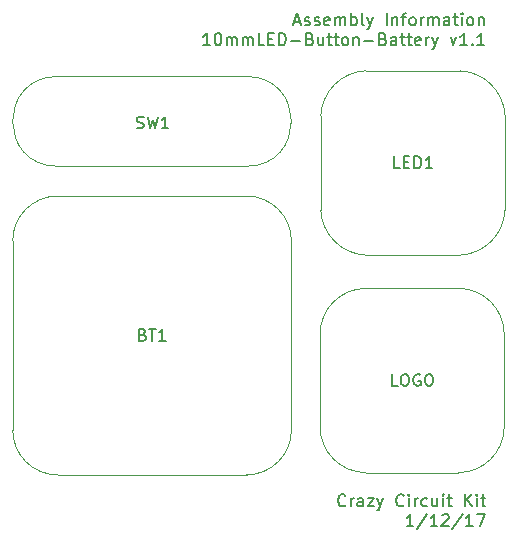
<source format=gbr>
%TF.GenerationSoftware,KiCad,Pcbnew,4.0.5-e0-6337~49~ubuntu16.04.1*%
%TF.CreationDate,2017-01-12T22:38:57-08:00*%
%TF.ProjectId,10mmLED-Button-Battery,31306D6D4C45442D427574746F6E2D42,rev?*%
%TF.FileFunction,Other,Fab,Top*%
%FSLAX46Y46*%
G04 Gerber Fmt 4.6, Leading zero omitted, Abs format (unit mm)*
G04 Created by KiCad (PCBNEW 4.0.5-e0-6337~49~ubuntu16.04.1) date Thu Jan 12 22:38:57 2017*
%MOMM*%
%LPD*%
G01*
G04 APERTURE LIST*
%ADD10C,0.350000*%
%ADD11C,0.152400*%
%ADD12C,0.050000*%
%ADD13C,0.040640*%
%ADD14C,0.150000*%
G04 APERTURE END LIST*
D10*
D11*
X173673106Y-121952657D02*
X173624725Y-122001038D01*
X173479582Y-122049419D01*
X173382820Y-122049419D01*
X173237678Y-122001038D01*
X173140916Y-121904276D01*
X173092535Y-121807514D01*
X173044154Y-121613990D01*
X173044154Y-121468848D01*
X173092535Y-121275324D01*
X173140916Y-121178562D01*
X173237678Y-121081800D01*
X173382820Y-121033419D01*
X173479582Y-121033419D01*
X173624725Y-121081800D01*
X173673106Y-121130181D01*
X174108535Y-122049419D02*
X174108535Y-121372086D01*
X174108535Y-121565610D02*
X174156916Y-121468848D01*
X174205297Y-121420467D01*
X174302059Y-121372086D01*
X174398820Y-121372086D01*
X175172915Y-122049419D02*
X175172915Y-121517229D01*
X175124534Y-121420467D01*
X175027772Y-121372086D01*
X174834249Y-121372086D01*
X174737487Y-121420467D01*
X175172915Y-122001038D02*
X175076153Y-122049419D01*
X174834249Y-122049419D01*
X174737487Y-122001038D01*
X174689106Y-121904276D01*
X174689106Y-121807514D01*
X174737487Y-121710752D01*
X174834249Y-121662371D01*
X175076153Y-121662371D01*
X175172915Y-121613990D01*
X175559963Y-121372086D02*
X176092153Y-121372086D01*
X175559963Y-122049419D01*
X176092153Y-122049419D01*
X176382439Y-121372086D02*
X176624344Y-122049419D01*
X176866248Y-121372086D02*
X176624344Y-122049419D01*
X176527582Y-122291324D01*
X176479201Y-122339705D01*
X176382439Y-122388086D01*
X178607962Y-121952657D02*
X178559581Y-122001038D01*
X178414438Y-122049419D01*
X178317676Y-122049419D01*
X178172534Y-122001038D01*
X178075772Y-121904276D01*
X178027391Y-121807514D01*
X177979010Y-121613990D01*
X177979010Y-121468848D01*
X178027391Y-121275324D01*
X178075772Y-121178562D01*
X178172534Y-121081800D01*
X178317676Y-121033419D01*
X178414438Y-121033419D01*
X178559581Y-121081800D01*
X178607962Y-121130181D01*
X179043391Y-122049419D02*
X179043391Y-121372086D01*
X179043391Y-121033419D02*
X178995010Y-121081800D01*
X179043391Y-121130181D01*
X179091772Y-121081800D01*
X179043391Y-121033419D01*
X179043391Y-121130181D01*
X179527201Y-122049419D02*
X179527201Y-121372086D01*
X179527201Y-121565610D02*
X179575582Y-121468848D01*
X179623963Y-121420467D01*
X179720725Y-121372086D01*
X179817486Y-121372086D01*
X180591581Y-122001038D02*
X180494819Y-122049419D01*
X180301296Y-122049419D01*
X180204534Y-122001038D01*
X180156153Y-121952657D01*
X180107772Y-121855895D01*
X180107772Y-121565610D01*
X180156153Y-121468848D01*
X180204534Y-121420467D01*
X180301296Y-121372086D01*
X180494819Y-121372086D01*
X180591581Y-121420467D01*
X181462438Y-121372086D02*
X181462438Y-122049419D01*
X181027010Y-121372086D02*
X181027010Y-121904276D01*
X181075391Y-122001038D01*
X181172153Y-122049419D01*
X181317295Y-122049419D01*
X181414057Y-122001038D01*
X181462438Y-121952657D01*
X181946248Y-122049419D02*
X181946248Y-121372086D01*
X181946248Y-121033419D02*
X181897867Y-121081800D01*
X181946248Y-121130181D01*
X181994629Y-121081800D01*
X181946248Y-121033419D01*
X181946248Y-121130181D01*
X182284915Y-121372086D02*
X182671963Y-121372086D01*
X182430058Y-121033419D02*
X182430058Y-121904276D01*
X182478439Y-122001038D01*
X182575201Y-122049419D01*
X182671963Y-122049419D01*
X183784724Y-122049419D02*
X183784724Y-121033419D01*
X184365295Y-122049419D02*
X183929867Y-121468848D01*
X184365295Y-121033419D02*
X183784724Y-121613990D01*
X184800724Y-122049419D02*
X184800724Y-121372086D01*
X184800724Y-121033419D02*
X184752343Y-121081800D01*
X184800724Y-121130181D01*
X184849105Y-121081800D01*
X184800724Y-121033419D01*
X184800724Y-121130181D01*
X185139391Y-121372086D02*
X185526439Y-121372086D01*
X185284534Y-121033419D02*
X185284534Y-121904276D01*
X185332915Y-122001038D01*
X185429677Y-122049419D01*
X185526439Y-122049419D01*
X179430438Y-123725819D02*
X178849867Y-123725819D01*
X179140153Y-123725819D02*
X179140153Y-122709819D01*
X179043391Y-122854962D01*
X178946629Y-122951724D01*
X178849867Y-123000105D01*
X180591581Y-122661438D02*
X179720724Y-123967724D01*
X181462438Y-123725819D02*
X180881867Y-123725819D01*
X181172153Y-123725819D02*
X181172153Y-122709819D01*
X181075391Y-122854962D01*
X180978629Y-122951724D01*
X180881867Y-123000105D01*
X181849486Y-122806581D02*
X181897867Y-122758200D01*
X181994629Y-122709819D01*
X182236533Y-122709819D01*
X182333295Y-122758200D01*
X182381676Y-122806581D01*
X182430057Y-122903343D01*
X182430057Y-123000105D01*
X182381676Y-123145248D01*
X181801105Y-123725819D01*
X182430057Y-123725819D01*
X183591200Y-122661438D02*
X182720343Y-123967724D01*
X184462057Y-123725819D02*
X183881486Y-123725819D01*
X184171772Y-123725819D02*
X184171772Y-122709819D01*
X184075010Y-122854962D01*
X183978248Y-122951724D01*
X183881486Y-123000105D01*
X184800724Y-122709819D02*
X185478057Y-122709819D01*
X185042629Y-123725819D01*
X169367202Y-81017533D02*
X169851011Y-81017533D01*
X169270440Y-81307819D02*
X169609107Y-80291819D01*
X169947773Y-81307819D01*
X170238059Y-81259438D02*
X170334821Y-81307819D01*
X170528345Y-81307819D01*
X170625106Y-81259438D01*
X170673487Y-81162676D01*
X170673487Y-81114295D01*
X170625106Y-81017533D01*
X170528345Y-80969152D01*
X170383202Y-80969152D01*
X170286440Y-80920771D01*
X170238059Y-80824010D01*
X170238059Y-80775629D01*
X170286440Y-80678867D01*
X170383202Y-80630486D01*
X170528345Y-80630486D01*
X170625106Y-80678867D01*
X171060535Y-81259438D02*
X171157297Y-81307819D01*
X171350821Y-81307819D01*
X171447582Y-81259438D01*
X171495963Y-81162676D01*
X171495963Y-81114295D01*
X171447582Y-81017533D01*
X171350821Y-80969152D01*
X171205678Y-80969152D01*
X171108916Y-80920771D01*
X171060535Y-80824010D01*
X171060535Y-80775629D01*
X171108916Y-80678867D01*
X171205678Y-80630486D01*
X171350821Y-80630486D01*
X171447582Y-80678867D01*
X172318439Y-81259438D02*
X172221677Y-81307819D01*
X172028154Y-81307819D01*
X171931392Y-81259438D01*
X171883011Y-81162676D01*
X171883011Y-80775629D01*
X171931392Y-80678867D01*
X172028154Y-80630486D01*
X172221677Y-80630486D01*
X172318439Y-80678867D01*
X172366820Y-80775629D01*
X172366820Y-80872390D01*
X171883011Y-80969152D01*
X172802249Y-81307819D02*
X172802249Y-80630486D01*
X172802249Y-80727248D02*
X172850630Y-80678867D01*
X172947392Y-80630486D01*
X173092534Y-80630486D01*
X173189296Y-80678867D01*
X173237677Y-80775629D01*
X173237677Y-81307819D01*
X173237677Y-80775629D02*
X173286058Y-80678867D01*
X173382820Y-80630486D01*
X173527963Y-80630486D01*
X173624725Y-80678867D01*
X173673106Y-80775629D01*
X173673106Y-81307819D01*
X174156916Y-81307819D02*
X174156916Y-80291819D01*
X174156916Y-80678867D02*
X174253678Y-80630486D01*
X174447201Y-80630486D01*
X174543963Y-80678867D01*
X174592344Y-80727248D01*
X174640725Y-80824010D01*
X174640725Y-81114295D01*
X174592344Y-81211057D01*
X174543963Y-81259438D01*
X174447201Y-81307819D01*
X174253678Y-81307819D01*
X174156916Y-81259438D01*
X175221297Y-81307819D02*
X175124535Y-81259438D01*
X175076154Y-81162676D01*
X175076154Y-80291819D01*
X175511582Y-80630486D02*
X175753487Y-81307819D01*
X175995391Y-80630486D02*
X175753487Y-81307819D01*
X175656725Y-81549724D01*
X175608344Y-81598105D01*
X175511582Y-81646486D01*
X177156534Y-81307819D02*
X177156534Y-80291819D01*
X177640344Y-80630486D02*
X177640344Y-81307819D01*
X177640344Y-80727248D02*
X177688725Y-80678867D01*
X177785487Y-80630486D01*
X177930629Y-80630486D01*
X178027391Y-80678867D01*
X178075772Y-80775629D01*
X178075772Y-81307819D01*
X178414439Y-80630486D02*
X178801487Y-80630486D01*
X178559582Y-81307819D02*
X178559582Y-80436962D01*
X178607963Y-80340200D01*
X178704725Y-80291819D01*
X178801487Y-80291819D01*
X179285296Y-81307819D02*
X179188534Y-81259438D01*
X179140153Y-81211057D01*
X179091772Y-81114295D01*
X179091772Y-80824010D01*
X179140153Y-80727248D01*
X179188534Y-80678867D01*
X179285296Y-80630486D01*
X179430438Y-80630486D01*
X179527200Y-80678867D01*
X179575581Y-80727248D01*
X179623962Y-80824010D01*
X179623962Y-81114295D01*
X179575581Y-81211057D01*
X179527200Y-81259438D01*
X179430438Y-81307819D01*
X179285296Y-81307819D01*
X180059391Y-81307819D02*
X180059391Y-80630486D01*
X180059391Y-80824010D02*
X180107772Y-80727248D01*
X180156153Y-80678867D01*
X180252915Y-80630486D01*
X180349676Y-80630486D01*
X180688343Y-81307819D02*
X180688343Y-80630486D01*
X180688343Y-80727248D02*
X180736724Y-80678867D01*
X180833486Y-80630486D01*
X180978628Y-80630486D01*
X181075390Y-80678867D01*
X181123771Y-80775629D01*
X181123771Y-81307819D01*
X181123771Y-80775629D02*
X181172152Y-80678867D01*
X181268914Y-80630486D01*
X181414057Y-80630486D01*
X181510819Y-80678867D01*
X181559200Y-80775629D01*
X181559200Y-81307819D01*
X182478438Y-81307819D02*
X182478438Y-80775629D01*
X182430057Y-80678867D01*
X182333295Y-80630486D01*
X182139772Y-80630486D01*
X182043010Y-80678867D01*
X182478438Y-81259438D02*
X182381676Y-81307819D01*
X182139772Y-81307819D01*
X182043010Y-81259438D01*
X181994629Y-81162676D01*
X181994629Y-81065914D01*
X182043010Y-80969152D01*
X182139772Y-80920771D01*
X182381676Y-80920771D01*
X182478438Y-80872390D01*
X182817105Y-80630486D02*
X183204153Y-80630486D01*
X182962248Y-80291819D02*
X182962248Y-81162676D01*
X183010629Y-81259438D01*
X183107391Y-81307819D01*
X183204153Y-81307819D01*
X183542819Y-81307819D02*
X183542819Y-80630486D01*
X183542819Y-80291819D02*
X183494438Y-80340200D01*
X183542819Y-80388581D01*
X183591200Y-80340200D01*
X183542819Y-80291819D01*
X183542819Y-80388581D01*
X184171772Y-81307819D02*
X184075010Y-81259438D01*
X184026629Y-81211057D01*
X183978248Y-81114295D01*
X183978248Y-80824010D01*
X184026629Y-80727248D01*
X184075010Y-80678867D01*
X184171772Y-80630486D01*
X184316914Y-80630486D01*
X184413676Y-80678867D01*
X184462057Y-80727248D01*
X184510438Y-80824010D01*
X184510438Y-81114295D01*
X184462057Y-81211057D01*
X184413676Y-81259438D01*
X184316914Y-81307819D01*
X184171772Y-81307819D01*
X184945867Y-80630486D02*
X184945867Y-81307819D01*
X184945867Y-80727248D02*
X184994248Y-80678867D01*
X185091010Y-80630486D01*
X185236152Y-80630486D01*
X185332914Y-80678867D01*
X185381295Y-80775629D01*
X185381295Y-81307819D01*
X162206821Y-82984219D02*
X161626250Y-82984219D01*
X161916536Y-82984219D02*
X161916536Y-81968219D01*
X161819774Y-82113362D01*
X161723012Y-82210124D01*
X161626250Y-82258505D01*
X162835774Y-81968219D02*
X162932535Y-81968219D01*
X163029297Y-82016600D01*
X163077678Y-82064981D01*
X163126059Y-82161743D01*
X163174440Y-82355267D01*
X163174440Y-82597171D01*
X163126059Y-82790695D01*
X163077678Y-82887457D01*
X163029297Y-82935838D01*
X162932535Y-82984219D01*
X162835774Y-82984219D01*
X162739012Y-82935838D01*
X162690631Y-82887457D01*
X162642250Y-82790695D01*
X162593869Y-82597171D01*
X162593869Y-82355267D01*
X162642250Y-82161743D01*
X162690631Y-82064981D01*
X162739012Y-82016600D01*
X162835774Y-81968219D01*
X163609869Y-82984219D02*
X163609869Y-82306886D01*
X163609869Y-82403648D02*
X163658250Y-82355267D01*
X163755012Y-82306886D01*
X163900154Y-82306886D01*
X163996916Y-82355267D01*
X164045297Y-82452029D01*
X164045297Y-82984219D01*
X164045297Y-82452029D02*
X164093678Y-82355267D01*
X164190440Y-82306886D01*
X164335583Y-82306886D01*
X164432345Y-82355267D01*
X164480726Y-82452029D01*
X164480726Y-82984219D01*
X164964536Y-82984219D02*
X164964536Y-82306886D01*
X164964536Y-82403648D02*
X165012917Y-82355267D01*
X165109679Y-82306886D01*
X165254821Y-82306886D01*
X165351583Y-82355267D01*
X165399964Y-82452029D01*
X165399964Y-82984219D01*
X165399964Y-82452029D02*
X165448345Y-82355267D01*
X165545107Y-82306886D01*
X165690250Y-82306886D01*
X165787012Y-82355267D01*
X165835393Y-82452029D01*
X165835393Y-82984219D01*
X166803012Y-82984219D02*
X166319203Y-82984219D01*
X166319203Y-81968219D01*
X167141679Y-82452029D02*
X167480345Y-82452029D01*
X167625488Y-82984219D02*
X167141679Y-82984219D01*
X167141679Y-81968219D01*
X167625488Y-81968219D01*
X168060917Y-82984219D02*
X168060917Y-81968219D01*
X168302822Y-81968219D01*
X168447964Y-82016600D01*
X168544726Y-82113362D01*
X168593107Y-82210124D01*
X168641488Y-82403648D01*
X168641488Y-82548790D01*
X168593107Y-82742314D01*
X168544726Y-82839076D01*
X168447964Y-82935838D01*
X168302822Y-82984219D01*
X168060917Y-82984219D01*
X169076917Y-82597171D02*
X169851012Y-82597171D01*
X170673488Y-82452029D02*
X170818631Y-82500410D01*
X170867012Y-82548790D01*
X170915393Y-82645552D01*
X170915393Y-82790695D01*
X170867012Y-82887457D01*
X170818631Y-82935838D01*
X170721869Y-82984219D01*
X170334822Y-82984219D01*
X170334822Y-81968219D01*
X170673488Y-81968219D01*
X170770250Y-82016600D01*
X170818631Y-82064981D01*
X170867012Y-82161743D01*
X170867012Y-82258505D01*
X170818631Y-82355267D01*
X170770250Y-82403648D01*
X170673488Y-82452029D01*
X170334822Y-82452029D01*
X171786250Y-82306886D02*
X171786250Y-82984219D01*
X171350822Y-82306886D02*
X171350822Y-82839076D01*
X171399203Y-82935838D01*
X171495965Y-82984219D01*
X171641107Y-82984219D01*
X171737869Y-82935838D01*
X171786250Y-82887457D01*
X172124917Y-82306886D02*
X172511965Y-82306886D01*
X172270060Y-81968219D02*
X172270060Y-82839076D01*
X172318441Y-82935838D01*
X172415203Y-82984219D01*
X172511965Y-82984219D01*
X172705488Y-82306886D02*
X173092536Y-82306886D01*
X172850631Y-81968219D02*
X172850631Y-82839076D01*
X172899012Y-82935838D01*
X172995774Y-82984219D01*
X173092536Y-82984219D01*
X173576345Y-82984219D02*
X173479583Y-82935838D01*
X173431202Y-82887457D01*
X173382821Y-82790695D01*
X173382821Y-82500410D01*
X173431202Y-82403648D01*
X173479583Y-82355267D01*
X173576345Y-82306886D01*
X173721487Y-82306886D01*
X173818249Y-82355267D01*
X173866630Y-82403648D01*
X173915011Y-82500410D01*
X173915011Y-82790695D01*
X173866630Y-82887457D01*
X173818249Y-82935838D01*
X173721487Y-82984219D01*
X173576345Y-82984219D01*
X174350440Y-82306886D02*
X174350440Y-82984219D01*
X174350440Y-82403648D02*
X174398821Y-82355267D01*
X174495583Y-82306886D01*
X174640725Y-82306886D01*
X174737487Y-82355267D01*
X174785868Y-82452029D01*
X174785868Y-82984219D01*
X175269678Y-82597171D02*
X176043773Y-82597171D01*
X176866249Y-82452029D02*
X177011392Y-82500410D01*
X177059773Y-82548790D01*
X177108154Y-82645552D01*
X177108154Y-82790695D01*
X177059773Y-82887457D01*
X177011392Y-82935838D01*
X176914630Y-82984219D01*
X176527583Y-82984219D01*
X176527583Y-81968219D01*
X176866249Y-81968219D01*
X176963011Y-82016600D01*
X177011392Y-82064981D01*
X177059773Y-82161743D01*
X177059773Y-82258505D01*
X177011392Y-82355267D01*
X176963011Y-82403648D01*
X176866249Y-82452029D01*
X176527583Y-82452029D01*
X177979011Y-82984219D02*
X177979011Y-82452029D01*
X177930630Y-82355267D01*
X177833868Y-82306886D01*
X177640345Y-82306886D01*
X177543583Y-82355267D01*
X177979011Y-82935838D02*
X177882249Y-82984219D01*
X177640345Y-82984219D01*
X177543583Y-82935838D01*
X177495202Y-82839076D01*
X177495202Y-82742314D01*
X177543583Y-82645552D01*
X177640345Y-82597171D01*
X177882249Y-82597171D01*
X177979011Y-82548790D01*
X178317678Y-82306886D02*
X178704726Y-82306886D01*
X178462821Y-81968219D02*
X178462821Y-82839076D01*
X178511202Y-82935838D01*
X178607964Y-82984219D01*
X178704726Y-82984219D01*
X178898249Y-82306886D02*
X179285297Y-82306886D01*
X179043392Y-81968219D02*
X179043392Y-82839076D01*
X179091773Y-82935838D01*
X179188535Y-82984219D01*
X179285297Y-82984219D01*
X180011010Y-82935838D02*
X179914248Y-82984219D01*
X179720725Y-82984219D01*
X179623963Y-82935838D01*
X179575582Y-82839076D01*
X179575582Y-82452029D01*
X179623963Y-82355267D01*
X179720725Y-82306886D01*
X179914248Y-82306886D01*
X180011010Y-82355267D01*
X180059391Y-82452029D01*
X180059391Y-82548790D01*
X179575582Y-82645552D01*
X180494820Y-82984219D02*
X180494820Y-82306886D01*
X180494820Y-82500410D02*
X180543201Y-82403648D01*
X180591582Y-82355267D01*
X180688344Y-82306886D01*
X180785105Y-82306886D01*
X181027010Y-82306886D02*
X181268915Y-82984219D01*
X181510819Y-82306886D02*
X181268915Y-82984219D01*
X181172153Y-83226124D01*
X181123772Y-83274505D01*
X181027010Y-83322886D01*
X182575200Y-82306886D02*
X182817105Y-82984219D01*
X183059009Y-82306886D01*
X183978247Y-82984219D02*
X183397676Y-82984219D01*
X183687962Y-82984219D02*
X183687962Y-81968219D01*
X183591200Y-82113362D01*
X183494438Y-82210124D01*
X183397676Y-82258505D01*
X184413676Y-82887457D02*
X184462057Y-82935838D01*
X184413676Y-82984219D01*
X184365295Y-82935838D01*
X184413676Y-82887457D01*
X184413676Y-82984219D01*
X185429676Y-82984219D02*
X184849105Y-82984219D01*
X185139391Y-82984219D02*
X185139391Y-81968219D01*
X185042629Y-82113362D01*
X184945867Y-82210124D01*
X184849105Y-82258505D01*
D12*
X187191625Y-88953528D02*
G75*
G03X183388000Y-85163500I-3999066J-209764D01*
G01*
X171588000Y-96963500D02*
X171588000Y-88963500D01*
X183388000Y-100763500D02*
X175388000Y-100763500D01*
X183388000Y-85163500D02*
X175388000Y-85163500D01*
X187188000Y-96963500D02*
X187188000Y-88963500D01*
X175378028Y-85159875D02*
G75*
G03X171588000Y-88963500I209764J-3999066D01*
G01*
X183397972Y-100767125D02*
G75*
G03X187188000Y-96963500I-209764J3999066D01*
G01*
X171584375Y-96973472D02*
G75*
G03X175388000Y-100763500I3999066J209764D01*
G01*
X165301200Y-95768000D02*
X149301200Y-95768000D01*
X169101200Y-115568000D02*
X169101200Y-99568000D01*
X145501200Y-115568000D02*
X145501200Y-99568000D01*
X165301200Y-119368000D02*
X149301200Y-119368000D01*
X165301200Y-119368000D02*
G75*
G03X169101200Y-115568000I0J3800000D01*
G01*
X169101200Y-99568000D02*
G75*
G03X165301200Y-95768000I-3800000J0D01*
G01*
X149301200Y-95768000D02*
G75*
G03X145501200Y-99568000I0J-3800000D01*
G01*
X145501200Y-115568000D02*
G75*
G03X149301200Y-119368000I3800000J0D01*
G01*
X165297201Y-93242401D02*
X149297201Y-93242401D01*
X149297201Y-85642401D02*
X165297201Y-85642401D01*
X149297201Y-85642401D02*
G75*
G03X149297201Y-93242401I0J-3800000D01*
G01*
X165297201Y-93242401D02*
G75*
G03X165297201Y-85642401I0J3800000D01*
G01*
D13*
X183224000Y-103579000D02*
X175424000Y-103579000D01*
X183224000Y-119179000D02*
X175424000Y-119179000D01*
X187124000Y-115279000D02*
X187124000Y-107479000D01*
X171524000Y-115279000D02*
X171524000Y-107479000D01*
X187124000Y-107479000D02*
G75*
G03X183224000Y-103579000I-3900000J0D01*
G01*
X183224000Y-119179000D02*
G75*
G03X187124000Y-115279000I0J3900000D01*
G01*
X171524000Y-115279000D02*
G75*
G03X175424000Y-119179000I3900000J0D01*
G01*
X175424000Y-103579000D02*
G75*
G03X171524000Y-107479000I0J-3900000D01*
G01*
D14*
X178268953Y-93415881D02*
X177792762Y-93415881D01*
X177792762Y-92415881D01*
X178602286Y-92892071D02*
X178935620Y-92892071D01*
X179078477Y-93415881D02*
X178602286Y-93415881D01*
X178602286Y-92415881D01*
X179078477Y-92415881D01*
X179507048Y-93415881D02*
X179507048Y-92415881D01*
X179745143Y-92415881D01*
X179888001Y-92463500D01*
X179983239Y-92558738D01*
X180030858Y-92653976D01*
X180078477Y-92844452D01*
X180078477Y-92987310D01*
X180030858Y-93177786D01*
X179983239Y-93273024D01*
X179888001Y-93368262D01*
X179745143Y-93415881D01*
X179507048Y-93415881D01*
X181030858Y-93415881D02*
X180459429Y-93415881D01*
X180745143Y-93415881D02*
X180745143Y-92415881D01*
X180649905Y-92558738D01*
X180554667Y-92653976D01*
X180459429Y-92701595D01*
X156515486Y-107496571D02*
X156658343Y-107544190D01*
X156705962Y-107591810D01*
X156753581Y-107687048D01*
X156753581Y-107829905D01*
X156705962Y-107925143D01*
X156658343Y-107972762D01*
X156563105Y-108020381D01*
X156182152Y-108020381D01*
X156182152Y-107020381D01*
X156515486Y-107020381D01*
X156610724Y-107068000D01*
X156658343Y-107115619D01*
X156705962Y-107210857D01*
X156705962Y-107306095D01*
X156658343Y-107401333D01*
X156610724Y-107448952D01*
X156515486Y-107496571D01*
X156182152Y-107496571D01*
X157039295Y-107020381D02*
X157610724Y-107020381D01*
X157325009Y-108020381D02*
X157325009Y-107020381D01*
X158467867Y-108020381D02*
X157896438Y-108020381D01*
X158182152Y-108020381D02*
X158182152Y-107020381D01*
X158086914Y-107163238D01*
X157991676Y-107258476D01*
X157896438Y-107306095D01*
X156013868Y-89997163D02*
X156156725Y-90044782D01*
X156394821Y-90044782D01*
X156490059Y-89997163D01*
X156537678Y-89949544D01*
X156585297Y-89854306D01*
X156585297Y-89759068D01*
X156537678Y-89663830D01*
X156490059Y-89616211D01*
X156394821Y-89568591D01*
X156204344Y-89520972D01*
X156109106Y-89473353D01*
X156061487Y-89425734D01*
X156013868Y-89330496D01*
X156013868Y-89235258D01*
X156061487Y-89140020D01*
X156109106Y-89092401D01*
X156204344Y-89044782D01*
X156442440Y-89044782D01*
X156585297Y-89092401D01*
X156918630Y-89044782D02*
X157156725Y-90044782D01*
X157347202Y-89330496D01*
X157537678Y-90044782D01*
X157775773Y-89044782D01*
X158680535Y-90044782D02*
X158109106Y-90044782D01*
X158394820Y-90044782D02*
X158394820Y-89044782D01*
X158299582Y-89187639D01*
X158204344Y-89282877D01*
X158109106Y-89330496D01*
X178085905Y-111831381D02*
X177609714Y-111831381D01*
X177609714Y-110831381D01*
X178609714Y-110831381D02*
X178800191Y-110831381D01*
X178895429Y-110879000D01*
X178990667Y-110974238D01*
X179038286Y-111164714D01*
X179038286Y-111498048D01*
X178990667Y-111688524D01*
X178895429Y-111783762D01*
X178800191Y-111831381D01*
X178609714Y-111831381D01*
X178514476Y-111783762D01*
X178419238Y-111688524D01*
X178371619Y-111498048D01*
X178371619Y-111164714D01*
X178419238Y-110974238D01*
X178514476Y-110879000D01*
X178609714Y-110831381D01*
X179990667Y-110879000D02*
X179895429Y-110831381D01*
X179752572Y-110831381D01*
X179609714Y-110879000D01*
X179514476Y-110974238D01*
X179466857Y-111069476D01*
X179419238Y-111259952D01*
X179419238Y-111402810D01*
X179466857Y-111593286D01*
X179514476Y-111688524D01*
X179609714Y-111783762D01*
X179752572Y-111831381D01*
X179847810Y-111831381D01*
X179990667Y-111783762D01*
X180038286Y-111736143D01*
X180038286Y-111402810D01*
X179847810Y-111402810D01*
X180657333Y-110831381D02*
X180847810Y-110831381D01*
X180943048Y-110879000D01*
X181038286Y-110974238D01*
X181085905Y-111164714D01*
X181085905Y-111498048D01*
X181038286Y-111688524D01*
X180943048Y-111783762D01*
X180847810Y-111831381D01*
X180657333Y-111831381D01*
X180562095Y-111783762D01*
X180466857Y-111688524D01*
X180419238Y-111498048D01*
X180419238Y-111164714D01*
X180466857Y-110974238D01*
X180562095Y-110879000D01*
X180657333Y-110831381D01*
M02*

</source>
